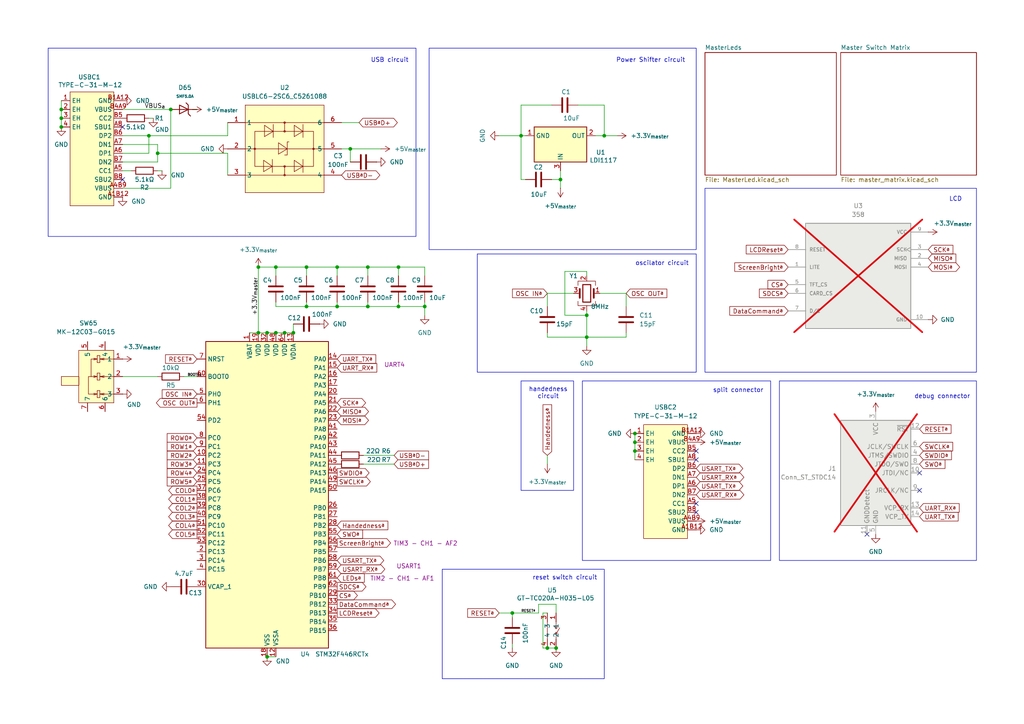
<source format=kicad_sch>
(kicad_sch (version 20250114) (generator "eeschema") (generator_version "9.0")
  (paper "A4")
  (title_block (title "Migrane - Master Half") (rev "3.0") (company "Afonso Lopo"))
  (lib_symbols
    (symbol "Connector:Conn_ST_STDC14"
      (property "Reference" "J" (at -8.89 16.51 0))
      (property "Value" "Conn_ST_STDC14" (at 17.78 16.51 0))
      (symbol "Conn_ST_STDC14_1_1"
        (pin no_connect line (at -10.16 5.08 0) (length 2.54) (hide yes) (name "NC") (number "1"))
        (pin no_connect line (at -10.16 2.54 0) (length 2.54) (hide yes) (name "NC") (number "2"))
        (pin passive line (at -2.54 -17.78 90) (length 2.54) (name "GNDDetect") (number "11"))
        (pin power_in line (at 0 17.78 270) (length 2.54) (name "VCC") (number "3"))
        (pin power_in line (at 0 -17.78 90) (length 2.54) (name "GND") (number "5"))
        (pin passive line (at 0 -17.78 90) (length 2.54) (hide yes) (name "GND") (number "7"))
        (pin open_collector line (at 12.7 12.7 180) (length 2.54) (name "~{RST}") (number "12"))
        (pin output line (at 12.7 7.62 180) (length 2.54) (name "JCLK/SWCLK") (number "6"))
        (pin bidirectional line (at 12.7 5.08 180) (length 2.54) (name "JTMS/SWDIO") (number "4"))
        (pin input line (at 12.7 2.54 180) (length 2.54) (name "JTDO/SWO") (number "8"))
        (pin output line (at 12.7 0 180) (length 2.54) (name "JTDI/NC") (number "10"))
        (pin input line (at 12.7 -5.08 180) (length 2.54) (name "JRCLK/NC") (number "9"))
        (pin output line (at 12.7 -10.16 180) (length 2.54) (name "VCP_RX") (number "13"))
        (pin input line (at 12.7 -12.7 180) (length 2.54) (name "VCP_TX") (number "14"))
      )
    )
    (symbol "Device:C" (pin_numbers (hide yes)) (pin_names (offset 0.254))
      (property "Reference" "C" (at 0.635 2.54 0))
      (property "Value" "C" (at 0.635 -2.54 0))
      (symbol "C_1_1"
        (pin passive line (at 0 3.81 270) (length 2.794) (name "~") (number "1"))
        (pin passive line (at 0 -3.81 90) (length 2.794) (name "~") (number "2"))
      )
    )
    (symbol "Device:Crystal_GND24" (pin_names (offset 1.016) (hide yes))
      (property "Reference" "Y" (at 3.175 5.08 0))
      (property "Value" "Crystal_GND24" (at 3.175 3.175 0))
      (symbol "Crystal_GND24_1_1"
        (pin passive line (at -3.81 0 0) (length 1.27) (name "1") (number "1"))
        (pin passive line (at 0 5.08 270) (length 1.27) (name "2") (number "2"))
        (pin passive line (at 0 -5.08 90) (length 1.27) (name "4") (number "4"))
        (pin passive line (at 3.81 0 180) (length 1.27) (name "3") (number "3"))
      )
    )
    (symbol "Device:R" (pin_numbers (hide yes)) (pin_names (offset 0))
      (property "Reference" "R" (at 2.032 0 90))
      (property "Value" "R" (at 0 0 90))
      (symbol "R_1_1"
        (pin passive line (at 0 3.81 270) (length 1.27) (name "~") (number "1"))
        (pin passive line (at 0 -3.81 90) (length 1.27) (name "~") (number "2"))
      )
    )
    (symbol "MCU_ST_STM32F4:STM32F446RCTx"
      (property "Reference" "U" (at -17.78 46.99 0))
      (property "Value" "STM32F446RCTx" (at 10.16 46.99 0))
      (symbol "STM32F446RCTx_1_1"
        (pin input line (at -20.32 40.64 0) (length 2.54) (name "NRST") (number "7"))
        (pin input line (at -20.32 35.56 0) (length 2.54) (name "BOOT0") (number "60"))
        (pin bidirectional line (at -20.32 30.48 0) (length 2.54) (name "PH0") (number "5"))
        (pin bidirectional line (at -20.32 27.94 0) (length 2.54) (name "PH1") (number "6"))
        (pin bidirectional line (at -20.32 22.86 0) (length 2.54) (name "PD2") (number "54"))
        (pin bidirectional line (at -20.32 17.78 0) (length 2.54) (name "PC0") (number "8"))
        (pin bidirectional line (at -20.32 15.24 0) (length 2.54) (name "PC1") (number "9"))
        (pin bidirectional line (at -20.32 12.7 0) (length 2.54) (name "PC2") (number "10"))
        (pin bidirectional line (at -20.32 10.16 0) (length 2.54) (name "PC3") (number "11"))
        (pin bidirectional line (at -20.32 7.62 0) (length 2.54) (name "PC4") (number "24"))
        (pin bidirectional line (at -20.32 5.08 0) (length 2.54) (name "PC5") (number "25"))
        (pin bidirectional line (at -20.32 2.54 0) (length 2.54) (name "PC6") (number "37"))
        (pin bidirectional line (at -20.32 0 0) (length 2.54) (name "PC7") (number "38"))
        (pin bidirectional line (at -20.32 -2.54 0) (length 2.54) (name "PC8") (number "39"))
        (pin bidirectional line (at -20.32 -5.08 0) (length 2.54) (name "PC9") (number "40"))
        (pin bidirectional line (at -20.32 -7.62 0) (length 2.54) (name "PC10") (number "51"))
        (pin bidirectional line (at -20.32 -10.16 0) (length 2.54) (name "PC11") (number "52"))
        (pin bidirectional line (at -20.32 -12.7 0) (length 2.54) (name "PC12") (number "53"))
        (pin bidirectional line (at -20.32 -15.24 0) (length 2.54) (name "PC13") (number "2"))
        (pin bidirectional line (at -20.32 -17.78 0) (length 2.54) (name "PC14") (number "3"))
        (pin bidirectional line (at -20.32 -20.32 0) (length 2.54) (name "PC15") (number "4"))
        (pin power_out line (at -20.32 -25.4 0) (length 2.54) (name "VCAP_1") (number "30"))
        (pin power_in line (at -5.08 48.26 270) (length 2.54) (name "VBAT") (number "1"))
        (pin power_in line (at -2.54 48.26 270) (length 2.54) (name "VDD") (number "19"))
        (pin power_in line (at 0 48.26 270) (length 2.54) (name "VDD") (number "32"))
        (pin power_in line (at 0 -45.72 90) (length 2.54) (name "VSS") (number "18"))
        (pin passive line (at 0 -45.72 90) (length 2.54) (hide yes) (name "VSS") (number "31"))
        (pin passive line (at 0 -45.72 90) (length 2.54) (hide yes) (name "VSS") (number "47"))
        (pin passive line (at 0 -45.72 90) (length 2.54) (hide yes) (name "VSS") (number "63"))
        (pin power_in line (at 2.54 48.26 270) (length 2.54) (name "VDD") (number "48"))
        (pin power_in line (at 2.54 -45.72 90) (length 2.54) (name "VSSA") (number "12"))
        (pin power_in line (at 5.08 48.26 270) (length 2.54) (name "VDD") (number "64"))
        (pin power_in line (at 7.62 48.26 270) (length 2.54) (name "VDDA") (number "13"))
        (pin bidirectional line (at 20.32 40.64 180) (length 2.54) (name "PA0") (number "14"))
        (pin bidirectional line (at 20.32 38.1 180) (length 2.54) (name "PA1") (number "15"))
        (pin bidirectional line (at 20.32 35.56 180) (length 2.54) (name "PA2") (number "16"))
        (pin bidirectional line (at 20.32 33.02 180) (length 2.54) (name "PA3") (number "17"))
        (pin bidirectional line (at 20.32 30.48 180) (length 2.54) (name "PA4") (number "20"))
        (pin bidirectional line (at 20.32 27.94 180) (length 2.54) (name "PA5") (number "21"))
        (pin bidirectional line (at 20.32 25.4 180) (length 2.54) (name "PA6") (number "22"))
        (pin bidirectional line (at 20.32 22.86 180) (length 2.54) (name "PA7") (number "23"))
        (pin bidirectional line (at 20.32 20.32 180) (length 2.54) (name "PA8") (number "41"))
        (pin bidirectional line (at 20.32 17.78 180) (length 2.54) (name "PA9") (number "42"))
        (pin bidirectional line (at 20.32 15.24 180) (length 2.54) (name "PA10") (number "43"))
        (pin bidirectional line (at 20.32 12.7 180) (length 2.54) (name "PA11") (number "44"))
        (pin bidirectional line (at 20.32 10.16 180) (length 2.54) (name "PA12") (number "45"))
        (pin bidirectional line (at 20.32 7.62 180) (length 2.54) (name "PA13") (number "46"))
        (pin bidirectional line (at 20.32 5.08 180) (length 2.54) (name "PA14") (number "49"))
        (pin bidirectional line (at 20.32 2.54 180) (length 2.54) (name "PA15") (number "50"))
        (pin bidirectional line (at 20.32 -2.54 180) (length 2.54) (name "PB0") (number "26"))
        (pin bidirectional line (at 20.32 -5.08 180) (length 2.54) (name "PB1") (number "27"))
        (pin bidirectional line (at 20.32 -7.62 180) (length 2.54) (name "PB2") (number "28"))
        (pin bidirectional line (at 20.32 -10.16 180) (length 2.54) (name "PB3") (number "55"))
        (pin bidirectional line (at 20.32 -12.7 180) (length 2.54) (name "PB4") (number "56"))
        (pin bidirectional line (at 20.32 -15.24 180) (length 2.54) (name "PB5") (number "57"))
        (pin bidirectional line (at 20.32 -17.78 180) (length 2.54) (name "PB6") (number "58"))
        (pin bidirectional line (at 20.32 -20.32 180) (length 2.54) (name "PB7") (number "59"))
        (pin bidirectional line (at 20.32 -22.86 180) (length 2.54) (name "PB8") (number "61"))
        (pin bidirectional line (at 20.32 -25.4 180) (length 2.54) (name "PB9") (number "62"))
        (pin bidirectional line (at 20.32 -27.94 180) (length 2.54) (name "PB10") (number "29"))
        (pin bidirectional line (at 20.32 -30.48 180) (length 2.54) (name "PB12") (number "33"))
        (pin bidirectional line (at 20.32 -33.02 180) (length 2.54) (name "PB13") (number "34"))
        (pin bidirectional line (at 20.32 -35.56 180) (length 2.54) (name "PB14") (number "35"))
        (pin bidirectional line (at 20.32 -38.1 180) (length 2.54) (name "PB15") (number "36"))
      )
    )
    (symbol "PCM_JLCPCB-Diodes:TVS-Uni,SMF5.0A" (pin_numbers (hide yes)) (pin_names (offset 0))
      (property "Reference" "D" (at 2.032 0.834 0))
      (property "Value" "SMF5.0A" (at 2.032 -1.2122 0))
      (symbol "TVS-Uni,SMF5.0A_1_1"
        (pin passive line (at 0 3.81 270) (length 3.81) (name "~") (number "2"))
        (pin passive line (at 0 -3.81 90) (length 3.81) (name "~") (number "1"))
      )
    )
    (symbol "Regulator_Linear:LT1963AxST-3.3"
      (property "Reference" "U1" (at 11.684 -2.286 0))
      (property "Value" "LDI1117" (at 12.446 -4.572 0))
      (symbol "LT1963AxST-3.3_1_1"
        (pin power_in line (at -10.16 2.54 0) (length 2.54) (name "GND") (number "1"))
        (pin power_in line (at 0 -7.62 90) (length 2.54) (name "IN") (number "3"))
        (pin power_out line (at 10.16 2.54 180) (length 2.54) (name "OUT") (number "2"))
      )
    )
    (symbol "easyeda2kicad:GT-TC020A-H035-L05"
      (property "Reference" "U" (at 0 5.08 0))
      (property "Value" "GT-TC020A-H035-L05" (at 0 -7.62 0))
      (symbol "GT-TC020A-H035-L05_0_1"
        (pin unspecified line (at -5.08 0 0) (length 2.54) (name "1") (number "1"))
        (pin unspecified line (at -5.08 -2.54 0) (length 2.54) (name "3") (number "3"))
        (pin unspecified line (at 5.08 0 180) (length 2.54) (name "2") (number "2"))
        (pin unspecified line (at 5.08 -2.54 180) (length 2.54) (name "4") (number "4"))
      )
    )
    (symbol "easyeda2kicad:MK-12C03-G015"
      (property "Reference" "SW" (at 0 12.7 0))
      (property "Value" "MK-12C03-G015" (at 0 -7.62 0))
      (symbol "MK-12C03-G015_0_1"
        (pin unspecified line (at -10.16 2.54 0) (length 2.54) (name "4") (number "4"))
        (pin unspecified line (at -10.16 -2.54 0) (length 2.54) (name "5") (number "5"))
        (pin unspecified line (at -5.08 7.62 270) (length 2.54) (name "1") (number "1"))
        (pin unspecified line (at 0 7.62 270) (length 2.54) (name "2") (number "2"))
        (pin unspecified line (at 5.08 7.62 270) (length 2.54) (name "3") (number "3"))
        (pin unspecified line (at 10.16 2.54 180) (length 2.54) (name "6") (number "6"))
        (pin unspecified line (at 10.16 -2.54 180) (length 2.54) (name "7") (number "7"))
      )
    )
    (symbol "easyeda2kicad:TYPE-C-31-M-12"
      (property "Reference" "USBC" (at 0 19.05 0))
      (property "Value" "TYPE-C-31-M-12" (at 0 -19.05 0))
      (symbol "TYPE-C-31-M-12_0_1"
        (pin unspecified line (at -8.89 13.97 0) (length 2.54) (name "GND") (number "A1B12"))
        (pin unspecified line (at -8.89 11.43 0) (length 2.54) (name "VBUS") (number "A4B9"))
        (pin unspecified line (at -8.89 8.89 0) (length 2.54) (name "SBU2") (number "B8"))
        (pin unspecified line (at -8.89 6.35 0) (length 2.54) (name "CC1") (number "A5"))
        (pin unspecified line (at -8.89 3.81 0) (length 2.54) (name "DN2") (number "B7"))
        (pin unspecified line (at -8.89 1.27 0) (length 2.54) (name "DP1") (number "A6"))
        (pin unspecified line (at -8.89 -1.27 0) (length 2.54) (name "DN1") (number "A7"))
        (pin unspecified line (at -8.89 -3.81 0) (length 2.54) (name "DP2") (number "B6"))
        (pin unspecified line (at -8.89 -6.35 0) (length 2.54) (name "SBU1") (number "A8"))
        (pin unspecified line (at -8.89 -8.89 0) (length 2.54) (name "CC2") (number "B5"))
        (pin unspecified line (at -8.89 -11.43 0) (length 2.54) (name "VBUS") (number "B4A9"))
        (pin unspecified line (at -8.89 -13.97 0) (length 2.54) (name "GND") (number "B1A12"))
        (pin unspecified line (at 8.89 -6.35 180) (length 2.54) (name "EH") (number "4"))
        (pin unspecified line (at 8.89 -8.89 180) (length 2.54) (name "EH") (number "3"))
        (pin unspecified line (at 8.89 -11.43 180) (length 2.54) (name "EH") (number "2"))
        (pin unspecified line (at 8.89 -13.97 180) (length 2.54) (name "EH") (number "1"))
      )
    )
    (symbol "easyeda2kicad:USBLC6-2SC6_C5261088"
      (property "Reference" "U" (at 0 12.7 0))
      (property "Value" "USBLC6-2SC6_C5261088" (at 0 -12.7 0))
      (symbol "USBLC6-2SC6_C5261088_0_1"
        (pin input line (at -16.51 7.62 0) (length 5.08) (name "1") (number "1"))
        (pin input line (at -16.51 0 0) (length 5.08) (name "2") (number "2"))
        (pin input line (at -16.51 -7.62 0) (length 5.08) (name "3") (number "3"))
        (pin input line (at 16.51 7.62 180) (length 5.08) (name "6") (number "6"))
        (pin input line (at 16.51 0 180) (length 5.08) (name "5") (number "5"))
        (pin input line (at 16.51 -7.62 180) (length 5.08) (name "4") (number "4"))
      )
    )
    (symbol "led:358" (pin_names (offset 1.016))
      (property "Reference" "U" (at -15.24 16.002 0))
      (property "Value" "358" (at -15.24 -17.78 0))
      (symbol "358_0_0"
        (pin input line (at -20.32 7.62 0) (length 5.08) (name "RESET") (number "8"))
        (pin input line (at -20.32 2.54 0) (length 5.08) (name "LITE") (number "1"))
        (pin input line (at -20.32 -2.54 0) (length 5.08) (name "TFT_CS") (number "5"))
        (pin input line (at -20.32 -5.08 0) (length 5.08) (name "CARD_CS") (number "6"))
        (pin input line (at -20.32 -10.16 0) (length 5.08) (name "D/C") (number "7"))
        (pin power_in line (at 20.32 12.7 180) (length 5.08) (name "VCC") (number "9"))
        (pin input clock (at 20.32 7.62 180) (length 5.08) (name "SCK") (number "3"))
        (pin output line (at 20.32 5.08 180) (length 5.08) (name "MISO") (number "2"))
        (pin input line (at 20.32 2.54 180) (length 5.08) (name "MOSI") (number "4"))
        (pin power_in line (at 20.32 -12.7 180) (length 5.08) (name "GND") (number "10"))
      )
    )
    (symbol "power:+3.3V" (power) (pin_numbers (hide yes)) (pin_names (offset 0) (hide yes))
      (property "Value" "+3.3V" (at 0 3.556 0))
      (symbol "+3.3V_1_1"
        (pin power_in line (at 0 0 90) (length 0) (name "~") (number "1"))
      )
    )
    (symbol "power:+5V" (power) (pin_numbers (hide yes)) (pin_names (offset 0) (hide yes))
      (property "Value" "+5V" (at 0 3.556 0))
      (symbol "+5V_1_1"
        (pin power_in line (at 0 0 90) (length 0) (name "~") (number "1"))
      )
    )
    (symbol "power:GND" (power) (pin_numbers (hide yes)) (pin_names (offset 0) (hide yes))
      (property "Value" "GND" (at 0 -3.81 0))
      (symbol "GND_1_1"
        (pin power_in line (at 0 0 270) (length 0) (name "~") (number "1"))
      )
    )
  )
  (rectangle (start 138.43 73.66) (end 201.93 107.95))
  (rectangle (start 124.46 13.97) (end 201.93 72.39))
  (rectangle (start 168.91 110.49) (end 223.52 162.56))
  (rectangle (start 128.27 165.1) (end 175.26 196.85))
  (rectangle (start 226.06 110.49) (end 283.21 162.56))
  (rectangle (start 204.47 54.61) (end 283.21 107.95))
  (rectangle (start 151.13 110.49) (end 166.37 142.24))
  (rectangle (start 13.97 13.97) (end 120.65 68.58))
  (text "split connector" (at 214.122 113.284 0) (effects (font (size 1.27 1.27))))
  (text "oscilator circuit" (at 192.024 76.454 0) (effects (font (size 1.27 1.27))))
  (text "handedness\ncircuit" (at 159.004 114.046 0) (effects (font (size 1.27 1.27))))
  (text "reset switch circuit\n" (at 163.83 167.64 0) (effects (font (size 1.27 1.27))))
  (text "debug connector" (at 273.304 115.062 0) (effects (font (size 1.27 1.27))))
  (text "USB circuit\n" (at 113.03 17.526 0) (effects (font (size 1.27 1.27))))
  (text "Power Shifter circuit" (at 188.722 17.526 0) (effects (font (size 1.27 1.27))))
  (text_box "LCD" (at 274.32 55.88 0) (size 6.35 3.81) (margins 0.9525 0.9525 0.9525 0.9525) (stroke (width -0.0001)) (effects (font (size 1.27 1.27)) (justify left top)))
  (junction (at 80.01 77.47))
  (junction (at 115.57 88.9))
  (junction (at 49.53 31.75))
  (junction (at 77.47 190.5))
  (junction (at 85.09 96.52))
  (junction (at 77.47 96.52))
  (junction (at 106.68 77.47))
  (junction (at 184.15 125.73))
  (junction (at 161.29 187.96))
  (junction (at 97.79 88.9))
  (junction (at 106.68 88.9))
  (junction (at 88.9 77.47))
  (junction (at 17.78 31.75))
  (junction (at 148.59 177.8))
  (junction (at 17.78 36.83))
  (junction (at 74.93 77.47))
  (junction (at 97.79 77.47))
  (junction (at 115.57 77.47))
  (junction (at 80.01 96.52))
  (junction (at 158.75 187.96))
  (junction (at 17.78 34.29))
  (junction (at 175.26 39.37))
  (junction (at 88.9 88.9))
  (junction (at 162.56 52.07))
  (junction (at 45.72 44.45))
  (junction (at 74.93 96.52))
  (junction (at 184.15 128.27))
  (junction (at 170.18 91.44))
  (junction (at 184.15 130.81))
  (junction (at 123.19 88.9))
  (junction (at 43.18 39.37))
  (junction (at 82.55 96.52))
  (junction (at 170.18 97.79))
  (junction (at 101.6 43.18))
  (junction (at 151.13 39.37))
  (no_connect (at 201.93 146.05))
  (no_connect (at 35.56 36.83))
  (no_connect (at 266.7 142.24))
  (no_connect (at 251.46 154.94))
  (no_connect (at 201.93 133.35))
  (no_connect (at 201.93 148.59))
  (no_connect (at 35.56 52.07))
  (no_connect (at 201.93 130.81))
  (no_connect (at 266.7 137.16))
  (wire (pts (xy 158.75 97.79) (xy 158.75 96.52)))
  (wire (pts (xy 175.26 39.37) (xy 179.07 39.37)))
  (wire (pts (xy 72.39 96.52) (xy 74.93 96.52)))
  (wire (pts (xy 114.3 134.62) (xy 105.41 134.62)))
  (wire (pts (xy 157.48 187.96) (xy 158.75 187.96)))
  (wire (pts (xy 110.49 43.18) (xy 101.6 43.18)))
  (wire (pts (xy 97.79 80.01) (xy 97.79 77.47)))
  (wire (pts (xy 43.18 34.29) (xy 44.45 34.29)))
  (wire (pts (xy 106.68 88.9) (xy 115.57 88.9)))
  (wire (pts (xy 88.9 87.63) (xy 88.9 88.9)))
  (wire (pts (xy 151.13 30.48) (xy 151.13 39.37)))
  (wire (pts (xy 148.59 179.07) (xy 148.59 177.8)))
  (wire (pts (xy 49.53 54.61) (xy 49.53 31.75)))
  (wire (pts (xy 114.3 132.08) (xy 105.41 132.08)))
  (wire (pts (xy 175.26 39.37) (xy 175.26 30.48)))
  (wire (pts (xy 156.21 175.26) (xy 161.29 175.26)))
  (wire (pts (xy 57.15 109.22) (xy 53.34 109.22)))
  (wire (pts (xy 115.57 77.47) (xy 115.57 80.01)))
  (wire (pts (xy 170.18 100.33) (xy 170.18 97.79)))
  (wire (pts (xy 17.78 34.29) (xy 17.78 36.83)))
  (wire (pts (xy 43.18 39.37) (xy 35.56 39.37)))
  (wire (pts (xy 43.18 39.37) (xy 66.04 39.37)))
  (wire (pts (xy 163.83 91.44) (xy 170.18 91.44)))
  (wire (pts (xy 45.72 41.91) (xy 35.56 41.91)))
  (wire (pts (xy 106.68 87.63) (xy 106.68 88.9)))
  (wire (pts (xy 123.19 91.44) (xy 123.19 88.9)))
  (wire (pts (xy 45.72 49.53) (xy 46.99 49.53)))
  (wire (pts (xy 160.02 52.07) (xy 162.56 52.07)))
  (wire (pts (xy 158.75 177.8) (xy 157.48 177.8)))
  (wire (pts (xy 35.56 44.45) (xy 43.18 44.45)))
  (wire (pts (xy 144.78 39.37) (xy 151.13 39.37)))
  (wire (pts (xy 80.01 77.47) (xy 88.9 77.47)))
  (wire (pts (xy 88.9 77.47) (xy 97.79 77.47)))
  (wire (pts (xy 97.79 77.47) (xy 106.68 77.47)))
  (wire (pts (xy 163.83 78.74) (xy 163.83 91.44)))
  (wire (pts (xy 144.78 177.8) (xy 148.59 177.8)))
  (wire (pts (xy 148.59 177.8) (xy 156.21 177.8)))
  (wire (pts (xy 80.01 88.9) (xy 88.9 88.9)))
  (wire (pts (xy 35.56 31.75) (xy 49.53 31.75)))
  (wire (pts (xy 74.93 77.47) (xy 74.93 96.52)))
  (wire (pts (xy 45.72 46.99) (xy 45.72 44.45)))
  (wire (pts (xy 88.9 88.9) (xy 97.79 88.9)))
  (wire (pts (xy 17.78 29.21) (xy 17.78 31.75)))
  (wire (pts (xy 35.56 54.61) (xy 49.53 54.61)))
  (wire (pts (xy 57.15 31.75) (xy 55.88 31.75)))
  (wire (pts (xy 170.18 91.44) (xy 170.18 90.17)))
  (wire (pts (xy 66.04 44.45) (xy 66.04 50.8)))
  (wire (pts (xy 35.56 46.99) (xy 45.72 46.99)))
  (wire (pts (xy 162.56 54.61) (xy 162.56 52.07)))
  (wire (pts (xy 80.01 190.5) (xy 77.47 190.5)))
  (wire (pts (xy 80.01 96.52) (xy 82.55 96.52)))
  (wire (pts (xy 181.61 85.09) (xy 181.61 88.9)))
  (wire (pts (xy 97.79 88.9) (xy 106.68 88.9)))
  (wire (pts (xy 74.93 77.47) (xy 80.01 77.47)))
  (wire (pts (xy 66.04 39.37) (xy 66.04 35.56)))
  (wire (pts (xy 101.6 46.99) (xy 101.6 43.18)))
  (wire (pts (xy 181.61 97.79) (xy 181.61 96.52)))
  (wire (pts (xy 151.13 52.07) (xy 152.4 52.07)))
  (wire (pts (xy 43.18 44.45) (xy 43.18 39.37)))
  (wire (pts (xy 104.14 35.56) (xy 99.06 35.56)))
  (wire (pts (xy 17.78 31.75) (xy 17.78 34.29)))
  (wire (pts (xy 106.68 77.47) (xy 115.57 77.47)))
  (wire (pts (xy 163.83 78.74) (xy 170.18 78.74)))
  (wire (pts (xy 101.6 43.18) (xy 99.06 43.18)))
  (wire (pts (xy 123.19 87.63) (xy 123.19 88.9)))
  (wire (pts (xy 74.93 96.52) (xy 77.47 96.52)))
  (wire (pts (xy 161.29 175.26) (xy 161.29 177.8)))
  (wire (pts (xy 45.72 44.45) (xy 45.72 41.91)))
  (wire (pts (xy 184.15 128.27) (xy 184.15 130.81)))
  (wire (pts (xy 151.13 39.37) (xy 151.13 52.07)))
  (wire (pts (xy 170.18 78.74) (xy 170.18 80.01)))
  (wire (pts (xy 173.99 85.09) (xy 181.61 85.09)))
  (wire (pts (xy 184.15 130.81) (xy 184.15 133.35)))
  (wire (pts (xy 160.02 30.48) (xy 151.13 30.48)))
  (wire (pts (xy 158.75 85.09) (xy 166.37 85.09)))
  (wire (pts (xy 175.26 30.48) (xy 167.64 30.48)))
  (wire (pts (xy 45.72 44.45) (xy 66.04 44.45)))
  (wire (pts (xy 82.55 96.52) (xy 85.09 96.52)))
  (wire (pts (xy 156.21 177.8) (xy 156.21 175.26)))
  (wire (pts (xy 170.18 91.44) (xy 170.18 97.79)))
  (wire (pts (xy 172.72 39.37) (xy 175.26 39.37)))
  (wire (pts (xy 80.01 80.01) (xy 80.01 77.47)))
  (wire (pts (xy 158.75 97.79) (xy 170.18 97.79)))
  (wire (pts (xy 35.56 49.53) (xy 38.1 49.53)))
  (wire (pts (xy 158.75 187.96) (xy 161.29 187.96)))
  (wire (pts (xy 77.47 96.52) (xy 80.01 96.52)))
  (wire (pts (xy 85.09 93.98) (xy 85.09 96.52)))
  (wire (pts (xy 123.19 77.47) (xy 123.19 80.01)))
  (wire (pts (xy 148.59 186.69) (xy 148.59 187.96)))
  (wire (pts (xy 184.15 125.73) (xy 184.15 128.27)))
  (wire (pts (xy 115.57 77.47) (xy 123.19 77.47)))
  (wire (pts (xy 115.57 88.9) (xy 123.19 88.9)))
  (wire (pts (xy 162.56 52.07) (xy 162.56 49.53)))
  (wire (pts (xy 158.75 85.09) (xy 158.75 88.9)))
  (wire (pts (xy 80.01 87.63) (xy 80.01 88.9)))
  (wire (pts (xy 158.75 134.62) (xy 158.75 132.08)))
  (wire (pts (xy 88.9 80.01) (xy 88.9 77.47)))
  (wire (pts (xy 106.68 80.01) (xy 106.68 77.47)))
  (wire (pts (xy 35.56 109.22) (xy 45.72 109.22)))
  (wire (pts (xy 97.79 87.63) (xy 97.79 88.9)))
  (wire (pts (xy 151.13 39.37) (xy 152.4 39.37)))
  (wire (pts (xy 115.57 87.63) (xy 115.57 88.9)))
  (wire (pts (xy 157.48 177.8) (xy 157.48 187.96)))
  (wire (pts (xy 170.18 97.79) (xy 181.61 97.79)))
  (label "RESET^{a}" (at 151.13 177.8 0) (effects (font (size 0.762 0.762))))
  (label "+3.3V_{master}" (at 74.93 91.44 90))
  (label "VBUS_{a}" (at 41.91 31.75 0))
  (label "BOOT0a" (at 54.356 109.22 0) (effects (font (size 0.7 0.7))))
  (global_label "SWO^{a}" (shape input) (at 266.7 134.62 0) (property "Intersheetrefs" "${INTERSHEET_REFS}" (effects (hide yes))))
  (global_label "RESET^{a}" (shape input) (at 266.7 124.46 0) (property "Intersheetrefs" "${INTERSHEET_REFS}" (effects (hide yes))))
  (global_label "USART_RX^{a}" (shape bidirectional) (at 201.93 143.51 0) (property "Intersheetrefs" "${INTERSHEET_REFS}" (effects (hide yes))))
  (global_label "ROW1^{a}" (shape input) (at 57.15 129.54 180) (property "Intersheetrefs" "${INTERSHEET_REFS}" (effects (hide yes))))
  (global_label "Handedness^{a}" (shape input) (at 158.75 132.08 90) (property "Intersheetrefs" "${INTERSHEET_REFS}" (effects (hide yes))))
  (global_label "USART_TX^{a}" (shape bidirectional) (at 201.93 135.89 0) (property "Intersheetrefs" "${INTERSHEET_REFS}" (effects (hide yes))))
  (global_label "RESET^{a}" (shape input) (at 57.15 104.14 180) (property "Intersheetrefs" "${INTERSHEET_REFS}" (effects (hide yes))))
  (global_label "CS^{a}" (shape input) (at 228.6 82.55 180) (property "Intersheetrefs" "${INTERSHEET_REFS}" (effects (hide yes))))
  (global_label "DataCommand^{a}" (shape input) (at 228.6 90.17 180) (property "Intersheetrefs" "${INTERSHEET_REFS}" (effects (hide yes))))
  (global_label "SDCS^{a}" (shape input) (at 228.6 85.09 180) (property "Intersheetrefs" "${INTERSHEET_REFS}" (effects (hide yes))))
  (global_label "MISO^{a}" (shape input) (at 269.24 74.93 0) (property "Intersheetrefs" "${INTERSHEET_REFS}" (effects (hide yes))))
  (global_label "OSC OUT^{a}" (shape input) (at 181.61 85.09 0) (property "Intersheetrefs" "${INTERSHEET_REFS}" (effects (hide yes))))
  (global_label "USART_RX^{a}" (shape bidirectional) (at 97.79 165.1 0) (property "Intersheetrefs" "${INTERSHEET_REFS}" (effects (hide yes))) (property "USART" "USART1" (at 113.538 164.084 0) (effects (justify left))))
  (global_label "ROW2^{a}" (shape input) (at 57.15 132.08 180) (property "Intersheetrefs" "${INTERSHEET_REFS}" (effects (hide yes))))
  (global_label "USB^{a}D-" (shape input) (at 114.3 132.08 0) (property "Intersheetrefs" "${INTERSHEET_REFS}" (effects (hide yes))))
  (global_label "LCDReset^{a}" (shape output) (at 97.79 177.8 0) (property "Intersheetrefs" "${INTERSHEET_REFS}" (effects (hide yes))))
  (global_label "LCDReset^{a}" (shape input) (at 228.6 72.39 180) (property "Intersheetrefs" "${INTERSHEET_REFS}" (effects (hide yes))))
  (global_label "ScreenBright^{a}" (shape input) (at 228.6 77.47 180) (property "Intersheetrefs" "${INTERSHEET_REFS}" (effects (hide yes))))
  (global_label "ROW0^{a}" (shape input) (at 57.15 127 180) (property "Intersheetrefs" "${INTERSHEET_REFS}" (effects (hide yes))))
  (global_label "ScreenBright^{a}" (shape output) (at 97.79 157.48 0) (property "Intersheetrefs" "${INTERSHEET_REFS}" (effects (hide yes))) (property "TIM" "TIM3 - CH1 - AF2" (at 122.936 157.48 0)))
  (global_label "CS^{a}" (shape output) (at 97.79 172.72 0) (property "Intersheetrefs" "${INTERSHEET_REFS}" (effects (hide yes))) (property "Info" "Software NSS" (effects (hide yes))))
  (global_label "UART_RX^{a}" (shape input) (at 266.7 147.32 0) (property "Intersheetrefs" "${INTERSHEET_REFS}" (effects (hide yes))))
  (global_label "RESET^{a}" (shape input) (at 144.78 177.8 180) (property "Intersheetrefs" "${INTERSHEET_REFS}" (effects (hide yes))))
  (global_label "DataCommand^{a}" (shape output) (at 97.79 175.26 0) (property "Intersheetrefs" "${INTERSHEET_REFS}" (effects (hide yes))))
  (global_label "SDCS^{a}" (shape output) (at 97.79 170.18 0) (property "Intersheetrefs" "${INTERSHEET_REFS}" (effects (hide yes))) (property "Info" "Software NSS" (effects (hide yes))))
  (global_label "OSC IN^{a}" (shape input) (at 158.75 85.09 180) (property "Intersheetrefs" "${INTERSHEET_REFS}" (effects (hide yes))))
  (global_label "COL0^{a}" (shape output) (at 57.15 142.24 180) (property "Intersheetrefs" "${INTERSHEET_REFS}" (effects (hide yes))))
  (global_label "COL4^{a}" (shape output) (at 57.15 152.4 180) (property "Intersheetrefs" "${INTERSHEET_REFS}" (effects (hide yes))))
  (global_label "SWCLK^{a}" (shape input) (at 266.7 129.54 0) (property "Intersheetrefs" "${INTERSHEET_REFS}" (effects (hide yes))))
  (global_label "COL1^{a}" (shape output) (at 57.15 144.78 180) (property "Intersheetrefs" "${INTERSHEET_REFS}" (effects (hide yes))))
  (global_label "ROW4^{a}" (shape input) (at 57.15 137.16 180) (property "Intersheetrefs" "${INTERSHEET_REFS}" (effects (hide yes))))
  (global_label "MOSI^{a}" (shape bidirectional) (at 269.24 77.47 0) (property "Intersheetrefs" "${INTERSHEET_REFS}" (effects (hide yes))))
  (global_label "SCK^{a}" (shape input) (at 269.24 72.39 0) (property "Intersheetrefs" "${INTERSHEET_REFS}" (effects (hide yes))))
  (global_label "SWDIO^{a}" (shape input) (at 266.7 132.08 0) (property "Intersheetrefs" "${INTERSHEET_REFS}" (effects (hide yes))))
  (global_label "USART_TX^{a}" (shape bidirectional) (at 97.79 162.56 0) (property "Intersheetrefs" "${INTERSHEET_REFS}" (effects (hide yes))) (property "USART" "USART1" (effects (hide yes))))
  (global_label "SWO^{a}" (shape input) (at 97.79 154.94 0) (property "Intersheetrefs" "${INTERSHEET_REFS}" (effects (hide yes))))
  (global_label "MISO^{a}" (shape bidirectional) (at 97.79 119.38 0) (property "Intersheetrefs" "${INTERSHEET_REFS}" (effects (hide yes))))
  (global_label "USB^{a}D+" (shape bidirectional) (at 104.14 35.56 0) (property "Intersheetrefs" "${INTERSHEET_REFS}" (effects (hide yes))))
  (global_label "SWCLK^{a}" (shape output) (at 97.79 139.7 0) (property "Intersheetrefs" "${INTERSHEET_REFS}" (effects (hide yes))))
  (global_label "SWDIO^{a}" (shape output) (at 97.79 137.16 0) (property "Intersheetrefs" "${INTERSHEET_REFS}" (effects (hide yes))))
  (global_label "UART_TX^{a}" (shape input) (at 97.79 104.14 0) (property "Intersheetrefs" "${INTERSHEET_REFS}" (effects (hide yes))) (property "TIM" "UART4" (at 109.982 105.664 0) (effects (justify left))))
  (global_label "ROW3^{a}" (shape input) (at 57.15 134.62 180) (property "Intersheetrefs" "${INTERSHEET_REFS}" (effects (hide yes))))
  (global_label "UART_RX^{a}" (shape input) (at 97.79 106.68 0) (property "Intersheetrefs" "${INTERSHEET_REFS}" (effects (hide yes))) (property "uart" "UART4" (effects (hide yes))))
  (global_label "LEDs^{a}" (shape input) (at 97.79 167.64 0) (property "Intersheetrefs" "${INTERSHEET_REFS}" (effects (hide yes))) (property "TIM" "TIM2 - CH1 - AF1" (at 105.918 167.64 0) (effects (justify left))))
  (global_label "OSC OUT^{a}" (shape output) (at 57.15 116.84 180) (property "Intersheetrefs" "${INTERSHEET_REFS}" (effects (hide yes))))
  (global_label "USART_TX^{a}" (shape bidirectional) (at 201.93 140.97 0) (property "Intersheetrefs" "${INTERSHEET_REFS}" (effects (hide yes))))
  (global_label "COL5^{a}" (shape output) (at 57.15 154.94 180) (property "Intersheetrefs" "${INTERSHEET_REFS}" (effects (hide yes))))
  (global_label "USART_RX^{a}" (shape bidirectional) (at 201.93 138.43 0) (property "Intersheetrefs" "${INTERSHEET_REFS}" (effects (hide yes))))
  (global_label "Handedness^{a}" (shape input) (at 97.79 152.4 0) (property "Intersheetrefs" "${INTERSHEET_REFS}" (effects (hide yes))))
  (global_label "MOSI^{a}" (shape bidirectional) (at 97.79 121.92 0) (property "Intersheetrefs" "${INTERSHEET_REFS}" (effects (hide yes))))
  (global_label "USB^{a}D-" (shape bidirectional) (at 99.06 50.8 0) (property "Intersheetrefs" "${INTERSHEET_REFS}" (effects (hide yes))))
  (global_label "SCK^{a}" (shape bidirectional) (at 97.79 116.84 0) (property "Intersheetrefs" "${INTERSHEET_REFS}" (effects (hide yes))))
  (global_label "UART_TX^{a}" (shape input) (at 266.7 149.86 0) (property "Intersheetrefs" "${INTERSHEET_REFS}" (effects (hide yes))))
  (global_label "COL3^{a}" (shape output) (at 57.15 149.86 180) (property "Intersheetrefs" "${INTERSHEET_REFS}" (effects (hide yes))))
  (global_label "OSC IN^{a}" (shape input) (at 57.15 114.3 180) (property "Intersheetrefs" "${INTERSHEET_REFS}" (effects (hide yes))))
  (global_label "USB^{a}D+" (shape input) (at 114.3 134.62 0) (property "Intersheetrefs" "${INTERSHEET_REFS}" (effects (hide yes))))
  (global_label "COL2^{a}" (shape output) (at 57.15 147.32 180) (property "Intersheetrefs" "${INTERSHEET_REFS}" (effects (hide yes))))
  (global_label "ROW5^{a}" (shape input) (at 57.15 139.7 180) (property "Intersheetrefs" "${INTERSHEET_REFS}" (effects (hide yes))))
  (symbol (lib_id "power:+5V") (at 201.93 128.27 270) (unit 1)
    (property "Reference" "#PWR028" (effects (hide yes)))
    (property "Value" "+5V_{master}" (at 205.74 128.2699 90) (effects (justify left)))
    (property "Description" "Power symbol creates a global label with name \"+5V\"" (effects (hide yes)))
  )
  (symbol (lib_id "Connector:Conn_ST_STDC14") (at 254 137.16 0) (unit 1) (dnp yes)
    (property "Reference" "J1" (at 242.57 135.8899 0) (effects (justify right)))
    (property "Value" "Conn_ST_STDC14" (at 242.57 138.4299 0) (effects (justify right)))
    (property "Footprint" "Connector_PinHeader_1.27mm:PinHeader_2x07_P1.27mm_Horizontal" (effects (hide yes)))
    (property "Datasheet" "https://www.st.com/content/ccc/resource/technical/document/user_manual/group1/99/49/91/b6/b2/3a/46/e5/DM00526767/files/DM00526767.pdf/jcr:content/translations/en.DM00526767.pdf" (effects (hide yes)))
    (property "Description" "ST Debug Connector, standard ARM Cortex-M SWD and JTAG interface plus UART" (effects (hide yes)))
  )
  (symbol (lib_id "power:+3.3V") (at 254 119.38 0) (unit 1)
    (property "Reference" "#PWR025" (effects (hide yes)))
    (property "Value" "+3.3V_{master}" (at 254 114.3 0))
    (property "Description" "Power symbol creates a global label with name \"+3.3V\"" (effects (hide yes)))
  )
  (symbol (lib_id "power:+3.3V") (at 269.24 67.31 270) (unit 1)
    (property "Reference" "#PWR017" (effects (hide yes)))
    (property "Value" "+3.3V_{master}" (at 270.764 64.77 90) (effects (justify left)))
    (property "Description" "Power symbol creates a global label with name \"+3.3V\"" (effects (hide yes)))
  )
  (symbol (lib_id "power:GND") (at 77.47 190.5 0) (unit 1)
    (property "Reference" "#PWR035" (effects (hide yes)))
    (property "Value" "GND" (at 80.01 191.7699 0) (effects (justify left)))
    (property "Description" "Power symbol creates a global label with name \"GND\" , ground" (effects (hide yes)))
  )
  (symbol (lib_id "power:GND") (at 44.45 34.29 0) (unit 1)
    (property "Reference" "#PWR05" (effects (hide yes)))
    (property "Value" "GND" (at 44.958 37.592 0) (effects (justify left)))
    (property "Description" "Power symbol creates a global label with name \"GND\" , ground" (effects (hide yes)))
  )
  (symbol (lib_id "power:+3.3V") (at 179.07 39.37 270) (unit 1)
    (property "Reference" "#PWR03" (effects (hide yes)))
    (property "Value" "+3.3V_{master}" (at 182.88 39.3699 90) (effects (justify left)))
    (property "Description" "Power symbol creates a global label with name \"+3.3V\"" (effects (hide yes)))
  )
  (symbol (lib_id "power:+5V") (at 110.49 43.18 270) (unit 1)
    (property "Reference" "#PWR08" (effects (hide yes)))
    (property "Value" "+5V_{master}" (at 114.3 43.1799 90) (effects (justify left)))
    (property "Description" "Power symbol creates a global label with name \"+5V\"" (effects (hide yes)))
  )
  (symbol (lib_id "power:GND") (at 35.56 114.3 90) (unit 1)
    (property "Reference" "#PWR024" (effects (hide yes)))
    (property "Value" "GND" (at 36.83 117.348 90) (effects (justify right)))
    (property "Description" "Power symbol creates a global label with name \"GND\" , ground" (effects (hide yes)))
  )
  (symbol (lib_id "power:GND") (at 109.22 46.99 90) (unit 1)
    (property "Reference" "#PWR010" (effects (hide yes)))
    (property "Value" "GND" (at 113.03 46.9899 90) (effects (justify right)))
    (property "Description" "Power symbol creates a global label with name \"GND\" , ground" (effects (hide yes)))
  )
  (symbol (lib_id "power:GND") (at 184.15 125.73 270) (unit 1)
    (property "Reference" "#PWR026" (effects (hide yes)))
    (property "Value" "GND" (at 180.34 125.7299 90) (effects (justify right)))
    (property "Description" "Power symbol creates a global label with name \"GND\" , ground" (effects (hide yes)))
  )
  (symbol (lib_id "power:GND") (at 201.93 153.67 90) (unit 1)
    (property "Reference" "#PWR030" (effects (hide yes)))
    (property "Value" "GND" (at 205.74 153.6699 90) (effects (justify right)))
    (property "Description" "Power symbol creates a global label with name \"GND\" , ground" (effects (hide yes)))
  )
  (symbol (lib_id "power:GND") (at 92.71 93.98 90) (unit 1)
    (property "Reference" "#PWR021" (effects (hide yes)))
    (property "Value" "GND" (at 96.52 93.9799 90) (effects (justify right)))
    (property "Description" "Power symbol creates a global label with name \"GND\" , ground" (effects (hide yes)))
  )
  (symbol (lib_id "PCM_JLCPCB-Diodes:TVS-Uni,SMF5.0A") (at 53.34 31.75 90) (unit 1)
    (property "Reference" "D65" (at 53.6575 25.4 90))
    (property "Value" "SMF5.0A" (at 53.6575 27.94 90) (effects (font (size 0.8 0.8))))
    (property "Footprint" "PCM_JLCPCB:D_SOD-123FL" (effects (hide yes)))
    (property "Datasheet" "https://wmsc.lcsc.com/wmsc/upload/file/pdf/v2/lcsc/2312041000_hongjiacheng-SMF5-0A_C19077497.pdf" (effects (hide yes)))
    (property "Description" "27.4A 7.3V 200W 6.4V Unidirectional 5V SOD-123FL ESD and Surge Protection (TVS/ESD) ROHS" (effects (hide yes)))
    (property "LCSC" "C19077497" (effects (hide yes)))
    (property "Stock" "158412" (effects (hide yes)))
    (property "Price" "0.028USD" (effects (hide yes)))
    (property "Process" "SMT" (effects (hide yes)))
    (property "Minimum Qty" "15" (effects (hide yes)))
    (property "Attrition Qty" "4" (effects (hide yes)))
    (property "Class" "Preferred Component" (effects (hide yes)))
    (property "Category" "Circuit Protection,ESD And Surge Protection (TVS/ESD)" (effects (hide yes)))
    (property "Manufacturer" "hongjiacheng" (effects (hide yes)))
    (property "Part" "SMF5.0A" (effects (hide yes)))
    (property "LCSC Part" "C19077497" (effects (hide yes)))
  )
  (symbol (lib_id "led:358") (at 248.92 80.01 0) (unit 1) (dnp yes)
    (property "Reference" "U3" (at 248.92 59.69 0))
    (property "Value" "358" (at 248.92 62.23 0))
    (property "Footprint" "easyeda2kicad:MODULE_358" (effects (hide yes)))
    (property "PARTREV" "2021-12-09" (effects (hide yes)))
    (property "MANUFACTURER" "Adafruit Industries" (effects (hide yes)))
    (property "STANDARD" "Manufacturer Recommendations" (effects (hide yes)))
  )
  (symbol (lib_id "power:GND") (at 49.53 170.18 270) (unit 1)
    (property "Reference" "#PWR032" (effects (hide yes)))
    (property "Value" "GND" (at 45.72 170.1799 90) (effects (justify right)))
    (property "Description" "Power symbol creates a global label with name \"GND\" , ground" (effects (hide yes)))
  )
  (symbol (lib_id "Device:C") (at 163.83 30.48 270) (unit 1)
    (property "Reference" "C1" (at 162.814 26.67 90) (effects (justify left)))
    (property "Value" "10uF" (at 163.322 34.29 90) (effects (justify left)))
    (property "Footprint" "Capacitor_SMD:C_1206_3216Metric" (effects (hide yes)))
    (property "Description" "Unpolarized capacitor" (effects (hide yes)))
    (property "LCSC" "C13585" (effects (hide yes)))
    (property "LCSC Part" "C13585" (effects (hide yes)))
  )
  (symbol (lib_id "Device:C") (at 123.19 83.82 0) (unit 1)
    (property "Reference" "C9" (at 119.38 81.28 0) (effects (justify left)))
    (property "Value" "10uF" (at 124.46 86.36 0) (effects (justify left)))
    (property "Footprint" "Capacitor_SMD:C_1206_3216Metric" (effects (hide yes)))
    (property "LCSC" "C13585" (effects (hide yes)))
    (property "LCSC Part" "C13585" (effects (hide yes)))
  )
  (symbol (lib_id "power:+5V") (at 162.56 54.61 180) (unit 1)
    (property "Reference" "#PWR09" (effects (hide yes)))
    (property "Value" "+5V_{master}" (at 162.56 59.69 0))
    (property "Description" "Power symbol creates a global label with name \"+5V\"" (effects (hide yes)))
  )
  (symbol (lib_id "Device:C") (at 148.59 182.88 180) (unit 1)
    (property "Reference" "C14" (at 146.05 186.436 90))
    (property "Value" "100nF" (at 152.4 183.642 90))
    (property "Footprint" "Capacitor_SMD:C_0805_2012Metric" (effects (hide yes)))
    (property "LCSC" "C48579599" (effects (hide yes)))
    (property "LCSC Part" "C48579599" (effects (hide yes)))
  )
  (symbol (lib_id "power:GND") (at 269.24 92.71 90) (unit 1)
    (property "Reference" "#PWR020" (effects (hide yes)))
    (property "Value" "GND" (at 272.796 92.71 90) (effects (justify right)))
    (property "Description" "Power symbol creates a global label with name \"GND\" , ground" (effects (hide yes)))
  )
  (symbol (lib_id "Device:R") (at 49.53 109.22 270) (unit 1)
    (property "Reference" "R5" (at 49.53 111.76 90))
    (property "Value" "10kΩ" (at 49.53 106.68 90))
    (property "Footprint" "Resistor_SMD:R_0805_2012Metric" (effects (hide yes)))
    (property "LCSC" "C84376" (effects (hide yes)))
    (property "LCSC Part" "C84376" (effects (hide yes)))
  )
  (symbol (lib_id "power:+3.3V") (at 74.93 77.47 0) (unit 1)
    (property "Reference" "#PWR018" (effects (hide yes)))
    (property "Value" "+3.3V_{master}" (at 74.93 72.39 0))
    (property "Description" "Power symbol creates a global label with name \"+3.3V\"" (effects (hide yes)))
  )
  (symbol (lib_id "Device:C") (at 80.01 83.82 0) (unit 1)
    (property "Reference" "C4" (at 76.2 81.28 0) (effects (justify left)))
    (property "Value" "100nF" (at 81.28 86.36 0) (effects (justify left)))
    (property "Footprint" "Capacitor_SMD:C_0805_2012Metric" (effects (hide yes)))
    (property "LCSC" "C48579599" (effects (hide yes)))
    (property "LCSC Part" "C48579599" (effects (hide yes)))
  )
  (symbol (lib_id "power:GND") (at 17.78 36.83 0) (unit 1)
    (property "Reference" "#PWR06" (effects (hide yes)))
    (property "Value" "GND" (at 17.78 41.91 0))
    (property "Description" "Power symbol creates a global label with name \"GND\" , ground" (effects (hide yes)))
  )
  (symbol (lib_id "power:GND") (at 123.19 91.44 0) (unit 1)
    (property "Reference" "#PWR019" (effects (hide yes)))
    (property "Value" "GND" (at 123.19 96.52 0))
    (property "Description" "Power symbol creates a global label with name \"GND\" , ground" (effects (hide yes)))
  )
  (symbol (lib_id "Device:R") (at 101.6 134.62 90) (unit 1)
    (property "Reference" "R7" (at 112.014 133.35 90))
    (property "Value" "22Ω" (at 108.458 133.35 90))
    (property "Footprint" "Resistor_SMD:R_0402_1005Metric" (effects (hide yes)))
    (property "Description" "Resistor" (effects (hide yes)))
    (property "LCSC" "C2906914" (effects (hide yes)))
  )
  (symbol (lib_id "power:GND") (at 148.59 187.96 0) (unit 1)
    (property "Reference" "#PWR033" (effects (hide yes)))
    (property "Value" "GND" (at 148.59 193.04 0))
    (property "Description" "Power symbol creates a global label with name \"GND\" , ground" (effects (hide yes)))
  )
  (symbol (lib_id "MCU_ST_STM32F4:STM32F446RCTx") (at 77.47 144.78 0) (unit 1)
    (property "Reference" "U4" (at 87.122 189.738 0) (effects (justify left)))
    (property "Value" "STM32F446RCTx" (at 91.44 189.738 0) (effects (justify left)))
    (property "Footprint" "Package_QFP:LQFP-64_10x10mm_P0.5mm" (effects (hide yes)))
    (property "Datasheet" "https://www.st.com/resource/en/datasheet/stm32f446rc.pdf" (effects (hide yes)))
    (property "Description" "STMicroelectronics Arm Cortex-M4 MCU, 256KB flash, 128KB RAM, 180 MHz, 1.8-3.6V, 50 GPIO, LQFP64" (effects (hide yes)))
    (property "LCSC" "C915971" (effects (hide yes)))
    (property "LCSC Part" "C915971" (effects (hide yes)))
  )
  (symbol (lib_id "Device:R") (at 101.6 132.08 90) (unit 1)
    (property "Reference" "R6" (at 112.014 130.81 90))
    (property "Value" "22Ω" (at 108.204 130.81 90))
    (property "Footprint" "Resistor_SMD:R_0402_1005Metric" (effects (hide yes)))
    (property "Description" "Resistor" (effects (hide yes)))
    (property "LCSC" "C2906914" (effects (hide yes)))
  )
  (symbol (lib_id "power:+5V") (at 55.88 31.75 270) (unit 1)
    (property "Reference" "#PWR04" (effects (hide yes)))
    (property "Value" "+5V_{master}" (at 59.69 31.7499 90) (effects (justify left)))
    (property "Description" "Power symbol creates a global label with name \"+5V\"" (effects (hide yes)))
  )
  (symbol (lib_id "Device:C") (at 105.41 46.99 90) (unit 1)
    (property "Reference" "C3" (at 98.044 45.212 90))
    (property "Value" "100nF" (at 98.044 47.752 90))
    (property "Footprint" "Capacitor_SMD:C_0805_2012Metric" (effects (hide yes)))
    (property "Description" "Unpolarized capacitor" (effects (hide yes)))
    (property "LCSC" "C48579599" (effects (hide yes)))
    (property "LCSC Part" "C48579599" (effects (hide yes)))
  )
  (symbol (lib_id "easyeda2kicad:TYPE-C-31-M-12") (at 26.67 43.18 180) (unit 1)
    (property "Reference" "USBC1" (at 25.908 22.352 0))
    (property "Value" "TYPE-C-31-M-12" (at 26.162 24.638 0))
    (property "Footprint" "easyeda2kicad:USB-C_SMD-TYPE-C-31-M-12_1" (effects (hide yes)))
    (property "Datasheet" "https://lcsc.com/product-detail/USB-Type-C_Korean-Hroparts-Elec-TYPE-C-31-M-12_C165948.html" (effects (hide yes)))
    (property "LCSC Part" "C165948" (effects (hide yes)))
    (property "LCSC" "C165948" (effects (hide yes)))
  )
  (symbol (lib_id "Device:Crystal_GND24") (at 170.18 85.09 0) (mirror y) (unit 1)
    (property "Reference" "Y1" (at 166.37 80.01 0))
    (property "Value" "8MHz" (at 173.99 88.9 0))
    (property "Footprint" "Crystal:Crystal_SMD_Abracon_ABM3B-4Pin_5.0x3.2mm" (effects (hide yes)))
    (property "LCSC" "C1985378" (effects (hide yes)))
    (property "LCSC Part" "C1985378" (effects (hide yes)))
  )
  (symbol (lib_id "Device:C") (at 97.79 83.82 0) (unit 1)
    (property "Reference" "C6" (at 93.98 81.28 0) (effects (justify left)))
    (property "Value" "100nF" (at 99.06 86.36 0) (effects (justify left)))
    (property "Footprint" "Capacitor_SMD:C_0805_2012Metric" (effects (hide yes)))
    (property "LCSC" "C48579599" (effects (hide yes)))
    (property "LCSC Part" "C48579599" (effects (hide yes)))
  )
  (symbol (lib_id "power:GND") (at 201.93 125.73 90) (unit 1)
    (property "Reference" "#PWR027" (effects (hide yes)))
    (property "Value" "GND" (at 205.74 125.7299 90) (effects (justify right)))
    (property "Description" "Power symbol creates a global label with name \"GND\" , ground" (effects (hide yes)))
  )
  (symbol (lib_id "Device:C") (at 158.75 92.71 0) (unit 1)
    (property "Reference" "C10" (at 153.67 90.17 0) (effects (justify left)))
    (property "Value" "15pF" (at 161.29 93.98 0) (effects (justify left)))
    (property "Footprint" "Capacitor_SMD:C_0402_1005Metric" (effects (hide yes)))
    (property "LCSC" "C441742" (effects (hide yes)))
    (property "LCSC Part" "C441742" (effects (hide yes)))
  )
  (symbol (lib_id "Device:C") (at 181.61 92.71 0) (unit 1)
    (property "Reference" "C11" (at 185.42 91.4399 0) (effects (justify left)))
    (property "Value" "15pF" (at 185.42 93.9799 0) (effects (justify left)))
    (property "Footprint" "Capacitor_SMD:C_0402_1005Metric" (effects (hide yes)))
    (property "LCSC" "C441742" (effects (hide yes)))
    (property "LCSC Part" "C441742" (effects (hide yes)))
  )
  (symbol (lib_id "power:+3.3V") (at 158.75 134.62 180) (unit 1)
    (property "Reference" "#PWR012" (effects (hide yes)))
    (property "Value" "+3.3V_{master}" (at 158.75 139.7 0))
    (property "Description" "Power symbol creates a global label with name \"+3.3V\"" (effects (hide yes)))
  )
  (symbol (lib_id "power:GND") (at 170.18 100.33 0) (unit 1)
    (property "Reference" "#PWR022" (effects (hide yes)))
    (property "Value" "GND" (at 170.18 105.41 0))
    (property "Description" "Power symbol creates a global label with name \"GND\" , ground" (effects (hide yes)))
  )
  (symbol (lib_id "easyeda2kicad:GT-TC020A-H035-L05") (at 161.29 182.88 270) (unit 1)
    (property "Reference" "U5" (at 158.75 171.196 90) (effects (justify left)))
    (property "Value" "GT-TC020A-H035-L05" (at 149.86 173.482 90) (effects (justify left)))
    (property "Footprint" "easyeda2kicad:SW-SMD_GT-TC020B-H035-L05" (effects (hide yes)))
    (property "LCSC Part" "C17179533" (effects (hide yes)))
  )
  (symbol (lib_id "easyeda2kicad:TYPE-C-31-M-12") (at 193.04 139.7 180) (unit 1)
    (property "Reference" "USBC2" (at 193.04 118.11 0))
    (property "Value" "TYPE-C-31-M-12" (at 193.04 120.65 0))
    (property "Footprint" "easyeda2kicad:USB-C_SMD-TYPE-C-31-M-12_1" (effects (hide yes)))
    (property "Datasheet" "https://lcsc.com/product-detail/USB-Type-C_Korean-Hroparts-Elec-TYPE-C-31-M-12_C165948.html" (effects (hide yes)))
    (property "LCSC Part" "C165948" (effects (hide yes)))
    (property "LCSC" "C165948" (effects (hide yes)))
  )
  (symbol (lib_id "Device:C") (at 156.21 52.07 90) (unit 1)
    (property "Reference" "C2" (at 157.48 48.514 90) (effects (justify left)))
    (property "Value" "10uF" (at 158.75 56.388 90) (effects (justify left)))
    (property "Footprint" "Capacitor_SMD:C_1206_3216Metric" (effects (hide yes)))
    (property "Description" "Unpolarized capacitor" (effects (hide yes)))
    (property "LCSC" "C13585" (effects (hide yes)))
    (property "LCSC Part" "C13585" (effects (hide yes)))
  )
  (symbol (lib_id "easyeda2kicad:MK-12C03-G015") (at 27.94 109.22 270) (unit 1)
    (property "Reference" "SW65" (at 25.654 93.726 90))
    (property "Value" "MK-12C03-G015" (at 24.892 96.266 90))
    (property "Footprint" "easyeda2kicad:SW-SMD_MK-12C03-G015" (effects (hide yes)))
    (property "LCSC Part" "C2890358" (effects (hide yes)))
    (property "LCSC" "C2890358" (effects (hide yes)))
  )
  (symbol (lib_id "power:+3.3V") (at 35.56 104.14 270) (unit 1)
    (property "Reference" "#PWR023" (effects (hide yes)))
    (property "Value" "+3.3V_{master}" (at 35.56 100.584 90) (effects (justify left)))
    (property "Description" "Power symbol creates a global label with name \"+3.3V\"" (effects (hide yes)))
  )
  (symbol (lib_id "Device:R") (at 41.91 49.53 270) (unit 1)
    (property "Reference" "R2" (at 41.91 54.356 90))
    (property "Value" "5.1kΩ" (at 41.91 52.07 90))
    (property "Footprint" "Resistor_SMD:R_0603_1608Metric" (effects (hide yes)))
    (property "LCSC" "C2907114" (effects (hide yes)))
    (property "LCSC Part" "C2907114" (effects (hide yes)))
  )
  (symbol (lib_id "power:GND") (at 144.78 39.37 270) (unit 1)
    (property "Reference" "#PWR02" (effects (hide yes)))
    (property "Value" "GND" (at 139.954 39.37 0))
    (property "Description" "Power symbol creates a global label with name \"GND\" , ground" (effects (hide yes)))
  )
  (symbol (lib_id "power:GND") (at 161.29 187.96 0) (unit 1)
    (property "Reference" "#PWR034" (effects (hide yes)))
    (property "Value" "GND" (at 161.29 193.04 0))
    (property "Description" "Power symbol creates a global label with name \"GND\" , ground" (effects (hide yes)))
  )
  (symbol (lib_id "Device:C") (at 53.34 170.18 90) (unit 1)
    (property "Reference" "C13" (at 56.642 171.958 90))
    (property "Value" "4.7uF" (at 53.34 166.37 90))
    (property "Footprint" "Capacitor_SMD:C_0603_1608Metric" (effects (hide yes)))
    (property "Description" "Unpolarized capacitor" (effects (hide yes)))
    (property "LCSC" "C1705" (effects (hide yes)))
    (property "LCSC Part" "C1705" (effects (hide yes)))
  )
  (symbol (lib_id "Device:R") (at 39.37 34.29 270) (unit 1)
    (property "Reference" "R1" (at 46.228 34.29 90))
    (property "Value" "5.1kΩ" (at 39.37 36.83 90))
    (property "Footprint" "Resistor_SMD:R_0603_1608Metric" (effects (hide yes)))
    (property "LCSC" "C2907114" (effects (hide yes)))
    (property "LCSC Part" "C2907114" (effects (hide yes)))
  )
  (symbol (lib_id "easyeda2kicad:USBLC6-2SC6_C5261088") (at 82.55 43.18 0) (unit 1)
    (property "Reference" "U2" (at 82.55 25.4 0))
    (property "Value" "USBLC6-2SC6_C5261088" (at 82.55 27.94 0))
    (property "Footprint" "easyeda2kicad:SOT-23-6_L2.9-W1.6-P0.95-LS2.8-BR" (effects (hide yes)))
    (property "LCSC Part" "C5261088" (effects (hide yes)))
    (property "LCSC" "C5261088" (effects (hide yes)))
  )
  (symbol (lib_id "Device:C") (at 106.68 83.82 0) (unit 1)
    (property "Reference" "C7" (at 102.87 81.28 0) (effects (justify left)))
    (property "Value" "100nF" (at 107.95 86.36 0) (effects (justify left)))
    (property "Footprint" "Capacitor_SMD:C_0805_2012Metric" (effects (hide yes)))
    (property "LCSC" "C48579599" (effects (hide yes)))
    (property "LCSC Part" "C48579599" (effects (hide yes)))
  )
  (symbol (lib_id "power:GND") (at 254 154.94 0) (unit 1)
    (property "Reference" "#PWR031" (effects (hide yes)))
    (property "Value" "GND" (at 254 160.02 0))
    (property "Description" "Power symbol creates a global label with name \"GND\" , ground" (effects (hide yes)))
  )
  (symbol (lib_id "power:GND") (at 66.04 43.18 270) (unit 1)
    (property "Reference" "#PWR07" (effects (hide yes)))
    (property "Value" "GND" (at 62.23 43.1799 90) (effects (justify right)))
    (property "Description" "Power symbol creates a global label with name \"GND\" , ground" (effects (hide yes)))
  )
  (symbol (lib_id "Device:C") (at 115.57 83.82 0) (unit 1)
    (property "Reference" "C8" (at 111.76 81.28 0) (effects (justify left)))
    (property "Value" "100nF" (at 116.84 86.36 0) (effects (justify left)))
    (property "Footprint" "Capacitor_SMD:C_0805_2012Metric" (effects (hide yes)))
    (property "LCSC" "C48579599" (effects (hide yes)))
    (property "LCSC Part" "C48579599" (effects (hide yes)))
  )
  (symbol (lib_id "power:GND") (at 35.56 29.21 90) (unit 1)
    (property "Reference" "#PWR01" (effects (hide yes)))
    (property "Value" "GND" (at 39.37 29.2099 90) (effects (justify right)))
    (property "Description" "Power symbol creates a global label with name \"GND\" , ground" (effects (hide yes)))
  )
  (symbol (lib_id "power:GND") (at 46.99 49.53 0) (unit 1)
    (property "Reference" "#PWR011" (effects (hide yes)))
    (property "Value" "GND" (at 49.53 50.7999 0) (effects (justify left)))
    (property "Description" "Power symbol creates a global label with name \"GND\" , ground" (effects (hide yes)))
  )
  (symbol (lib_id "Device:C") (at 88.9 93.98 90) (unit 1)
    (property "Reference" "C12" (at 85.344 92.202 90))
    (property "Value" "100nF" (at 93.472 91.186 90))
    (property "Footprint" "Capacitor_SMD:C_0805_2012Metric" (effects (hide yes)))
    (property "Description" "Unpolarized capacitor" (effects (hide yes)))
    (property "LCSC" "C48579599" (effects (hide yes)))
    (property "LCSC Part" "C48579599" (effects (hide yes)))
  )
  (symbol (lib_id "power:GND") (at 35.56 57.15 0) (unit 1)
    (property "Reference" "#PWR014" (effects (hide yes)))
    (property "Value" "GND" (at 38.1 58.4199 0) (effects (justify left)))
    (property "Description" "Power symbol creates a global label with name \"GND\" , ground" (effects (hide yes)))
  )
  (symbol (lib_id "power:+5V") (at 201.93 151.13 270) (unit 1)
    (property "Reference" "#PWR029" (effects (hide yes)))
    (property "Value" "+5V_{master}" (at 205.74 151.1299 90) (effects (justify left)))
    (property "Description" "Power symbol creates a global label with name \"+5V\"" (effects (hide yes)))
  )
  (symbol (lib_id "Regulator_Linear:LT1963AxST-3.3") (at 162.56 41.91 0) (unit 1)
    (property "Reference" "U1" (at 174.244 44.196 0))
    (property "Value" "LDI1117" (at 175.006 46.482 0))
    (property "Footprint" "Package_TO_SOT_SMD:SOT-223-3_TabPin2" (effects (hide yes)))
  )
  (symbol (lib_id "Device:C") (at 88.9 83.82 0) (unit 1)
    (property "Reference" "C5" (at 85.09 81.28 0) (effects (justify left)))
    (property "Value" "100nF" (at 90.17 86.36 0) (effects (justify left)))
    (property "Footprint" "Capacitor_SMD:C_0805_2012Metric" (effects (hide yes)))
    (property "LCSC" "C48579599" (effects (hide yes)))
    (property "LCSC Part" "C48579599" (effects (hide yes)))
  )
  (sheet (at 243.84 15.24) (size 39.37 35.56) (stroke (width 0.1524))
    (property "Sheetname" "Master Switch Matrix" (at 243.84 14.5284 0) (effects (justify left bottom)))
    (property "Sheetfile" "master_matrix.kicad_sch" (at 243.84 51.3846 0) (effects (justify left top)))
  )
  (sheet (at 204.47 15.24) (size 38.1 35.56) (stroke (width 0.1524))
    (property "Sheetname" "MasterLeds" (at 204.47 14.5284 0) (effects (justify left bottom)))
    (property "Sheetfile" "MasterLed.kicad_sch" (at 204.47 51.3846 0) (effects (justify left top)))
  )
)
</source>
